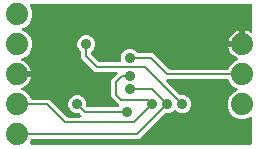
<source format=gbr>
G04 EAGLE Gerber RS-274X export*
G75*
%MOMM*%
%FSLAX34Y34*%
%LPD*%
%INBottom Copper*%
%IPPOS*%
%AMOC8*
5,1,8,0,0,1.08239X$1,22.5*%
G01*
%ADD10C,1.879600*%
%ADD11C,0.889000*%
%ADD12C,0.203200*%

G36*
X66001Y26942D02*
X66001Y26942D01*
X66139Y26955D01*
X66158Y26962D01*
X66178Y26965D01*
X66307Y27016D01*
X66438Y27063D01*
X66455Y27074D01*
X66474Y27082D01*
X66586Y27163D01*
X66701Y27241D01*
X66715Y27257D01*
X66731Y27268D01*
X66820Y27376D01*
X66912Y27480D01*
X66921Y27498D01*
X66934Y27513D01*
X66993Y27639D01*
X67056Y27763D01*
X67061Y27783D01*
X67070Y27801D01*
X67096Y27937D01*
X67126Y28073D01*
X67126Y28094D01*
X67129Y28113D01*
X67121Y28252D01*
X67116Y28391D01*
X67111Y28411D01*
X67110Y28431D01*
X67067Y28563D01*
X67028Y28697D01*
X67018Y28714D01*
X67012Y28733D01*
X66937Y28851D01*
X66867Y28971D01*
X66848Y28992D01*
X66841Y29002D01*
X66826Y29016D01*
X66760Y29091D01*
X65617Y30235D01*
X65539Y30295D01*
X65467Y30363D01*
X65414Y30392D01*
X65366Y30429D01*
X65275Y30469D01*
X65188Y30517D01*
X65130Y30532D01*
X65074Y30556D01*
X64976Y30571D01*
X64880Y30596D01*
X64780Y30602D01*
X64760Y30606D01*
X64748Y30604D01*
X64720Y30606D01*
X62009Y30606D01*
X59255Y31747D01*
X57147Y33855D01*
X56006Y36609D01*
X56006Y39591D01*
X57147Y42345D01*
X59255Y44453D01*
X62009Y45594D01*
X64991Y45594D01*
X67745Y44453D01*
X69853Y42345D01*
X70994Y39591D01*
X70994Y37084D01*
X71009Y36966D01*
X71016Y36847D01*
X71029Y36809D01*
X71034Y36768D01*
X71077Y36658D01*
X71114Y36545D01*
X71136Y36510D01*
X71151Y36473D01*
X71220Y36377D01*
X71284Y36276D01*
X71314Y36248D01*
X71337Y36215D01*
X71429Y36139D01*
X71516Y36058D01*
X71551Y36038D01*
X71582Y36013D01*
X71690Y35962D01*
X71794Y35904D01*
X71834Y35894D01*
X71870Y35877D01*
X71987Y35855D01*
X72102Y35825D01*
X72162Y35821D01*
X72182Y35817D01*
X72203Y35819D01*
X72263Y35815D01*
X97613Y35815D01*
X97750Y35832D01*
X97889Y35845D01*
X97908Y35852D01*
X97928Y35855D01*
X98057Y35906D01*
X98188Y35953D01*
X98205Y35964D01*
X98224Y35972D01*
X98336Y36053D01*
X98451Y36131D01*
X98465Y36147D01*
X98481Y36158D01*
X98570Y36266D01*
X98662Y36370D01*
X98671Y36388D01*
X98684Y36403D01*
X98743Y36529D01*
X98806Y36653D01*
X98811Y36673D01*
X98820Y36691D01*
X98846Y36827D01*
X98876Y36963D01*
X98876Y36984D01*
X98879Y37003D01*
X98871Y37142D01*
X98866Y37281D01*
X98861Y37301D01*
X98860Y37321D01*
X98817Y37453D01*
X98778Y37587D01*
X98768Y37604D01*
X98762Y37623D01*
X98687Y37741D01*
X98617Y37861D01*
X98598Y37882D01*
X98591Y37892D01*
X98576Y37906D01*
X98510Y37981D01*
X95894Y40598D01*
X92455Y44036D01*
X92455Y58834D01*
X95208Y61586D01*
X97240Y63619D01*
X97325Y63728D01*
X97414Y63835D01*
X97423Y63854D01*
X97435Y63870D01*
X97491Y63998D01*
X97550Y64123D01*
X97553Y64143D01*
X97561Y64162D01*
X97583Y64300D01*
X97609Y64436D01*
X97608Y64456D01*
X97611Y64476D01*
X97598Y64615D01*
X97590Y64753D01*
X97583Y64772D01*
X97581Y64792D01*
X97534Y64924D01*
X97492Y65055D01*
X97481Y65073D01*
X97474Y65092D01*
X97396Y65207D01*
X97321Y65324D01*
X97307Y65338D01*
X97295Y65355D01*
X97191Y65447D01*
X97090Y65542D01*
X97072Y65552D01*
X97057Y65565D01*
X96933Y65629D01*
X96811Y65696D01*
X96792Y65701D01*
X96774Y65710D01*
X96638Y65740D01*
X96503Y65775D01*
X96475Y65777D01*
X96463Y65780D01*
X96443Y65779D01*
X96343Y65785D01*
X78326Y65785D01*
X67055Y77056D01*
X67055Y81841D01*
X67043Y81939D01*
X67040Y82038D01*
X67023Y82097D01*
X67015Y82157D01*
X66979Y82249D01*
X66951Y82344D01*
X66921Y82396D01*
X66898Y82452D01*
X66840Y82533D01*
X66790Y82618D01*
X66724Y82693D01*
X66712Y82710D01*
X66702Y82718D01*
X66684Y82739D01*
X64767Y84655D01*
X63626Y87409D01*
X63626Y90391D01*
X64767Y93145D01*
X66875Y95253D01*
X69629Y96394D01*
X72611Y96394D01*
X75365Y95253D01*
X77473Y93145D01*
X78614Y90391D01*
X78614Y87409D01*
X77473Y84655D01*
X75556Y82739D01*
X75496Y82660D01*
X75428Y82588D01*
X75399Y82535D01*
X75362Y82487D01*
X75322Y82397D01*
X75274Y82310D01*
X75259Y82251D01*
X75235Y82196D01*
X75220Y82098D01*
X75195Y82002D01*
X75189Y81902D01*
X75185Y81882D01*
X75187Y81869D01*
X75185Y81841D01*
X75185Y80949D01*
X75197Y80851D01*
X75200Y80752D01*
X75217Y80694D01*
X75225Y80634D01*
X75261Y80542D01*
X75289Y80447D01*
X75319Y80395D01*
X75342Y80338D01*
X75400Y80258D01*
X75450Y80173D01*
X75516Y80097D01*
X75528Y80081D01*
X75538Y80073D01*
X75556Y80052D01*
X81322Y74286D01*
X81400Y74226D01*
X81472Y74158D01*
X81525Y74129D01*
X81573Y74092D01*
X81664Y74052D01*
X81751Y74004D01*
X81809Y73989D01*
X81865Y73965D01*
X81963Y73950D01*
X82059Y73925D01*
X82159Y73919D01*
X82179Y73915D01*
X82191Y73917D01*
X82219Y73915D01*
X99412Y73915D01*
X99461Y73921D01*
X99511Y73919D01*
X99618Y73941D01*
X99727Y73955D01*
X99774Y73973D01*
X99822Y73983D01*
X99921Y74031D01*
X100023Y74072D01*
X100063Y74101D01*
X100108Y74123D01*
X100192Y74194D01*
X100280Y74258D01*
X100312Y74297D01*
X100350Y74329D01*
X100413Y74419D01*
X100483Y74503D01*
X100504Y74548D01*
X100533Y74589D01*
X100572Y74692D01*
X100619Y74791D01*
X100628Y74840D01*
X100646Y74886D01*
X100658Y74996D01*
X100679Y75103D01*
X100676Y75153D01*
X100681Y75202D01*
X100666Y75311D01*
X100659Y75421D01*
X100644Y75468D01*
X100637Y75517D01*
X100585Y75670D01*
X100456Y75979D01*
X100456Y78961D01*
X101597Y81715D01*
X103705Y83823D01*
X106459Y84964D01*
X109441Y84964D01*
X112195Y83823D01*
X114111Y81906D01*
X114190Y81846D01*
X114262Y81778D01*
X114315Y81749D01*
X114363Y81712D01*
X114453Y81672D01*
X114540Y81624D01*
X114599Y81609D01*
X114654Y81585D01*
X114752Y81570D01*
X114848Y81545D01*
X114948Y81539D01*
X114968Y81535D01*
X114981Y81537D01*
X115009Y81535D01*
X127414Y81535D01*
X141012Y67936D01*
X141090Y67876D01*
X141162Y67808D01*
X141215Y67779D01*
X141263Y67742D01*
X141354Y67702D01*
X141441Y67654D01*
X141499Y67639D01*
X141555Y67615D01*
X141653Y67600D01*
X141749Y67575D01*
X141849Y67569D01*
X141869Y67565D01*
X141881Y67567D01*
X141909Y67565D01*
X190563Y67565D01*
X190593Y67568D01*
X190622Y67566D01*
X190750Y67588D01*
X190879Y67605D01*
X190906Y67615D01*
X190935Y67620D01*
X191054Y67674D01*
X191175Y67722D01*
X191198Y67739D01*
X191225Y67751D01*
X191327Y67832D01*
X191432Y67908D01*
X191451Y67931D01*
X191474Y67950D01*
X191552Y68053D01*
X191635Y68153D01*
X191647Y68180D01*
X191665Y68204D01*
X191736Y68348D01*
X192648Y70550D01*
X196150Y74052D01*
X199175Y75305D01*
X199201Y75320D01*
X199230Y75329D01*
X199339Y75399D01*
X199452Y75463D01*
X199473Y75484D01*
X199498Y75500D01*
X199587Y75594D01*
X199680Y75684D01*
X199696Y75710D01*
X199716Y75731D01*
X199779Y75845D01*
X199846Y75955D01*
X199855Y75984D01*
X199869Y76010D01*
X199902Y76135D01*
X199940Y76259D01*
X199941Y76289D01*
X199949Y76318D01*
X199949Y76448D01*
X199955Y76577D01*
X199949Y76606D01*
X199949Y76636D01*
X199917Y76761D01*
X199891Y76888D01*
X199878Y76915D01*
X199870Y76944D01*
X199808Y77057D01*
X199751Y77174D01*
X199732Y77197D01*
X199717Y77223D01*
X199629Y77317D01*
X199545Y77416D01*
X199520Y77433D01*
X199500Y77455D01*
X199391Y77524D01*
X199285Y77599D01*
X199257Y77610D01*
X199231Y77626D01*
X199082Y77685D01*
X198617Y77836D01*
X196943Y78689D01*
X195422Y79794D01*
X194094Y81122D01*
X192989Y82643D01*
X192136Y84317D01*
X191555Y86104D01*
X191515Y86361D01*
X201930Y86361D01*
X202048Y86376D01*
X202167Y86383D01*
X202205Y86396D01*
X202245Y86401D01*
X202356Y86444D01*
X202469Y86481D01*
X202503Y86503D01*
X202541Y86518D01*
X202637Y86588D01*
X202738Y86651D01*
X202766Y86681D01*
X202798Y86704D01*
X202874Y86796D01*
X202956Y86883D01*
X202975Y86918D01*
X203001Y86949D01*
X203052Y87057D01*
X203109Y87161D01*
X203120Y87201D01*
X203137Y87237D01*
X203159Y87354D01*
X203189Y87469D01*
X203193Y87530D01*
X203197Y87550D01*
X203195Y87570D01*
X203199Y87630D01*
X203199Y88901D01*
X204470Y88901D01*
X204588Y88916D01*
X204707Y88923D01*
X204745Y88936D01*
X204785Y88941D01*
X204896Y88985D01*
X205009Y89021D01*
X205044Y89043D01*
X205081Y89058D01*
X205177Y89128D01*
X205278Y89191D01*
X205306Y89221D01*
X205339Y89245D01*
X205414Y89336D01*
X205496Y89423D01*
X205516Y89458D01*
X205541Y89490D01*
X205592Y89597D01*
X205650Y89702D01*
X205660Y89741D01*
X205677Y89777D01*
X205699Y89894D01*
X205729Y90009D01*
X205733Y90070D01*
X205737Y90090D01*
X205735Y90110D01*
X205739Y90170D01*
X205739Y100585D01*
X205996Y100545D01*
X207783Y99964D01*
X209457Y99111D01*
X209820Y98847D01*
X209855Y98828D01*
X209885Y98803D01*
X209994Y98752D01*
X210099Y98694D01*
X210137Y98684D01*
X210173Y98667D01*
X210291Y98645D01*
X210407Y98615D01*
X210446Y98615D01*
X210486Y98608D01*
X210605Y98615D01*
X210725Y98615D01*
X210763Y98625D01*
X210803Y98627D01*
X210917Y98664D01*
X211033Y98694D01*
X211068Y98713D01*
X211105Y98725D01*
X211206Y98789D01*
X211311Y98847D01*
X211341Y98874D01*
X211374Y98895D01*
X211456Y98983D01*
X211543Y99065D01*
X211565Y99098D01*
X211592Y99127D01*
X211650Y99232D01*
X211714Y99333D01*
X211726Y99371D01*
X211746Y99406D01*
X211775Y99521D01*
X211813Y99635D01*
X211815Y99675D01*
X211825Y99714D01*
X211835Y99874D01*
X211835Y121666D01*
X211820Y121784D01*
X211813Y121903D01*
X211800Y121941D01*
X211795Y121982D01*
X211752Y122092D01*
X211715Y122205D01*
X211693Y122240D01*
X211678Y122277D01*
X211609Y122373D01*
X211545Y122474D01*
X211515Y122502D01*
X211492Y122535D01*
X211400Y122611D01*
X211313Y122692D01*
X211278Y122712D01*
X211247Y122737D01*
X211139Y122788D01*
X211035Y122846D01*
X210995Y122856D01*
X210959Y122873D01*
X210842Y122895D01*
X210727Y122925D01*
X210667Y122929D01*
X210647Y122933D01*
X210626Y122931D01*
X210566Y122935D01*
X24495Y122935D01*
X24446Y122929D01*
X24396Y122931D01*
X24289Y122909D01*
X24179Y122895D01*
X24133Y122877D01*
X24085Y122867D01*
X23986Y122819D01*
X23884Y122778D01*
X23844Y122749D01*
X23799Y122727D01*
X23715Y122656D01*
X23626Y122592D01*
X23595Y122553D01*
X23557Y122521D01*
X23494Y122431D01*
X23424Y122347D01*
X23402Y122302D01*
X23374Y122261D01*
X23335Y122158D01*
X23288Y122059D01*
X23279Y122010D01*
X23261Y121964D01*
X23249Y121854D01*
X23228Y121747D01*
X23231Y121697D01*
X23226Y121648D01*
X23241Y121539D01*
X23248Y121429D01*
X23263Y121382D01*
X23270Y121333D01*
X23322Y121180D01*
X25147Y116776D01*
X25147Y111824D01*
X23252Y107250D01*
X19751Y103748D01*
X17395Y102773D01*
X17274Y102704D01*
X17152Y102639D01*
X17137Y102625D01*
X17119Y102615D01*
X17019Y102518D01*
X16916Y102425D01*
X16905Y102408D01*
X16891Y102394D01*
X16818Y102276D01*
X16742Y102159D01*
X16735Y102140D01*
X16724Y102123D01*
X16684Y101990D01*
X16638Y101858D01*
X16637Y101838D01*
X16631Y101819D01*
X16624Y101680D01*
X16613Y101541D01*
X16617Y101521D01*
X16616Y101501D01*
X16644Y101365D01*
X16668Y101228D01*
X16676Y101209D01*
X16680Y101190D01*
X16741Y101065D01*
X16798Y100938D01*
X16811Y100922D01*
X16820Y100904D01*
X16910Y100798D01*
X16997Y100690D01*
X17013Y100677D01*
X17026Y100662D01*
X17140Y100582D01*
X17251Y100498D01*
X17276Y100486D01*
X17286Y100479D01*
X17305Y100472D01*
X17395Y100427D01*
X19750Y99452D01*
X23252Y95950D01*
X25147Y91376D01*
X25147Y86424D01*
X23252Y81850D01*
X19750Y78348D01*
X16725Y77095D01*
X16699Y77080D01*
X16670Y77071D01*
X16561Y77001D01*
X16448Y76937D01*
X16427Y76916D01*
X16402Y76900D01*
X16313Y76806D01*
X16220Y76716D01*
X16204Y76690D01*
X16184Y76669D01*
X16121Y76555D01*
X16054Y76445D01*
X16045Y76416D01*
X16031Y76390D01*
X15998Y76265D01*
X15960Y76141D01*
X15959Y76111D01*
X15951Y76082D01*
X15951Y75952D01*
X15945Y75823D01*
X15951Y75794D01*
X15951Y75764D01*
X15983Y75639D01*
X16009Y75512D01*
X16022Y75485D01*
X16030Y75456D01*
X16092Y75343D01*
X16149Y75226D01*
X16168Y75203D01*
X16183Y75177D01*
X16271Y75083D01*
X16355Y74984D01*
X16380Y74967D01*
X16400Y74945D01*
X16509Y74876D01*
X16615Y74801D01*
X16643Y74790D01*
X16669Y74774D01*
X16818Y74715D01*
X17283Y74564D01*
X18957Y73711D01*
X20478Y72606D01*
X21806Y71278D01*
X22911Y69757D01*
X23764Y68083D01*
X24345Y66296D01*
X24385Y66039D01*
X13970Y66039D01*
X13852Y66024D01*
X13733Y66017D01*
X13695Y66004D01*
X13655Y65999D01*
X13544Y65956D01*
X13431Y65919D01*
X13397Y65897D01*
X13359Y65882D01*
X13263Y65812D01*
X13162Y65749D01*
X13134Y65719D01*
X13102Y65695D01*
X13026Y65604D01*
X12944Y65517D01*
X12925Y65482D01*
X12899Y65451D01*
X12848Y65343D01*
X12791Y65239D01*
X12780Y65199D01*
X12763Y65163D01*
X12741Y65046D01*
X12711Y64931D01*
X12707Y64870D01*
X12703Y64850D01*
X12705Y64830D01*
X12701Y64770D01*
X12701Y62230D01*
X12716Y62112D01*
X12723Y61993D01*
X12736Y61955D01*
X12741Y61914D01*
X12785Y61804D01*
X12821Y61691D01*
X12843Y61656D01*
X12858Y61619D01*
X12928Y61523D01*
X12991Y61422D01*
X13021Y61394D01*
X13045Y61361D01*
X13136Y61286D01*
X13223Y61204D01*
X13258Y61184D01*
X13290Y61159D01*
X13397Y61108D01*
X13502Y61050D01*
X13541Y61040D01*
X13577Y61023D01*
X13694Y61001D01*
X13809Y60971D01*
X13870Y60967D01*
X13890Y60963D01*
X13910Y60965D01*
X13970Y60961D01*
X24385Y60961D01*
X24345Y60704D01*
X23764Y58917D01*
X22911Y57243D01*
X21806Y55722D01*
X20478Y54394D01*
X18957Y53289D01*
X17283Y52436D01*
X16818Y52285D01*
X16791Y52272D01*
X16762Y52265D01*
X16648Y52205D01*
X16530Y52150D01*
X16507Y52131D01*
X16481Y52117D01*
X16385Y52030D01*
X16285Y51947D01*
X16268Y51923D01*
X16246Y51903D01*
X16174Y51794D01*
X16098Y51690D01*
X16087Y51662D01*
X16071Y51637D01*
X16029Y51514D01*
X15981Y51394D01*
X15977Y51364D01*
X15968Y51336D01*
X15957Y51207D01*
X15941Y51079D01*
X15945Y51049D01*
X15942Y51019D01*
X15965Y50891D01*
X15981Y50763D01*
X15992Y50735D01*
X15997Y50706D01*
X16050Y50588D01*
X16098Y50467D01*
X16115Y50443D01*
X16127Y50416D01*
X16208Y50315D01*
X16284Y50210D01*
X16307Y50191D01*
X16326Y50167D01*
X16430Y50089D01*
X16529Y50007D01*
X16556Y49994D01*
X16580Y49976D01*
X16725Y49905D01*
X19750Y48652D01*
X23252Y45150D01*
X24164Y42948D01*
X24179Y42923D01*
X24188Y42895D01*
X24257Y42785D01*
X24322Y42672D01*
X24342Y42651D01*
X24358Y42626D01*
X24452Y42537D01*
X24543Y42444D01*
X24568Y42428D01*
X24590Y42408D01*
X24703Y42345D01*
X24814Y42277D01*
X24842Y42269D01*
X24868Y42254D01*
X24994Y42222D01*
X25118Y42184D01*
X25147Y42182D01*
X25176Y42175D01*
X25337Y42165D01*
X39784Y42165D01*
X42536Y39412D01*
X54652Y27296D01*
X54730Y27236D01*
X54802Y27168D01*
X54855Y27139D01*
X54903Y27102D01*
X54994Y27062D01*
X55081Y27014D01*
X55139Y26999D01*
X55195Y26975D01*
X55293Y26960D01*
X55389Y26935D01*
X55489Y26929D01*
X55509Y26925D01*
X55521Y26927D01*
X55549Y26925D01*
X65863Y26925D01*
X66001Y26942D01*
G37*
G36*
X210684Y4080D02*
X210684Y4080D01*
X210803Y4087D01*
X210841Y4100D01*
X210882Y4105D01*
X210992Y4148D01*
X211105Y4185D01*
X211140Y4207D01*
X211177Y4222D01*
X211273Y4291D01*
X211374Y4355D01*
X211402Y4385D01*
X211435Y4408D01*
X211511Y4500D01*
X211592Y4587D01*
X211612Y4622D01*
X211637Y4653D01*
X211688Y4761D01*
X211746Y4865D01*
X211756Y4905D01*
X211773Y4941D01*
X211795Y5058D01*
X211825Y5173D01*
X211829Y5233D01*
X211833Y5253D01*
X211831Y5274D01*
X211835Y5334D01*
X211835Y26305D01*
X211829Y26354D01*
X211831Y26404D01*
X211809Y26511D01*
X211795Y26621D01*
X211777Y26667D01*
X211767Y26715D01*
X211719Y26814D01*
X211678Y26916D01*
X211649Y26956D01*
X211627Y27001D01*
X211556Y27085D01*
X211492Y27174D01*
X211453Y27205D01*
X211421Y27243D01*
X211331Y27306D01*
X211247Y27376D01*
X211202Y27398D01*
X211161Y27426D01*
X211058Y27465D01*
X210959Y27512D01*
X210910Y27521D01*
X210864Y27539D01*
X210754Y27551D01*
X210647Y27572D01*
X210597Y27569D01*
X210548Y27574D01*
X210439Y27559D01*
X210329Y27552D01*
X210282Y27537D01*
X210233Y27530D01*
X210080Y27478D01*
X205676Y25653D01*
X200724Y25653D01*
X196150Y27548D01*
X192648Y31050D01*
X190753Y35624D01*
X190753Y40576D01*
X192648Y45150D01*
X196150Y48652D01*
X198505Y49627D01*
X198625Y49696D01*
X198748Y49761D01*
X198763Y49775D01*
X198781Y49785D01*
X198881Y49882D01*
X198984Y49975D01*
X198995Y49992D01*
X199009Y50006D01*
X199082Y50125D01*
X199158Y50241D01*
X199165Y50260D01*
X199176Y50277D01*
X199217Y50410D01*
X199262Y50542D01*
X199263Y50562D01*
X199269Y50581D01*
X199276Y50720D01*
X199287Y50859D01*
X199283Y50879D01*
X199284Y50899D01*
X199256Y51035D01*
X199232Y51172D01*
X199224Y51191D01*
X199220Y51210D01*
X199159Y51336D01*
X199102Y51462D01*
X199089Y51478D01*
X199080Y51496D01*
X198990Y51602D01*
X198903Y51710D01*
X198887Y51723D01*
X198874Y51738D01*
X198760Y51818D01*
X198649Y51902D01*
X198624Y51914D01*
X198614Y51921D01*
X198595Y51928D01*
X198505Y51973D01*
X196149Y52948D01*
X192648Y56450D01*
X191736Y58652D01*
X191721Y58677D01*
X191712Y58705D01*
X191643Y58815D01*
X191578Y58928D01*
X191558Y58949D01*
X191542Y58974D01*
X191448Y59063D01*
X191357Y59156D01*
X191332Y59172D01*
X191310Y59192D01*
X191197Y59255D01*
X191086Y59323D01*
X191058Y59331D01*
X191032Y59346D01*
X190906Y59378D01*
X190782Y59416D01*
X190753Y59418D01*
X190724Y59425D01*
X190563Y59435D01*
X139877Y59435D01*
X139740Y59418D01*
X139601Y59405D01*
X139582Y59398D01*
X139562Y59395D01*
X139433Y59344D01*
X139302Y59297D01*
X139285Y59286D01*
X139266Y59278D01*
X139154Y59197D01*
X139039Y59119D01*
X139025Y59103D01*
X139009Y59092D01*
X138920Y58984D01*
X138828Y58880D01*
X138819Y58862D01*
X138806Y58847D01*
X138747Y58721D01*
X138684Y58597D01*
X138679Y58577D01*
X138670Y58559D01*
X138644Y58423D01*
X138614Y58287D01*
X138614Y58266D01*
X138611Y58247D01*
X138619Y58108D01*
X138624Y57969D01*
X138629Y57949D01*
X138630Y57929D01*
X138673Y57797D01*
X138712Y57663D01*
X138722Y57646D01*
X138728Y57627D01*
X138803Y57509D01*
X138873Y57389D01*
X138892Y57368D01*
X138899Y57358D01*
X138913Y57344D01*
X138980Y57269D01*
X150283Y45965D01*
X150361Y45905D01*
X150433Y45837D01*
X150486Y45808D01*
X150534Y45771D01*
X150625Y45731D01*
X150712Y45683D01*
X150770Y45668D01*
X150826Y45644D01*
X150924Y45629D01*
X151020Y45604D01*
X151120Y45598D01*
X151140Y45594D01*
X151152Y45596D01*
X151180Y45594D01*
X153891Y45594D01*
X156645Y44453D01*
X158753Y42345D01*
X159894Y39591D01*
X159894Y36609D01*
X158753Y33855D01*
X156645Y31747D01*
X153891Y30606D01*
X150909Y30606D01*
X148155Y31747D01*
X146948Y32955D01*
X146853Y33028D01*
X146764Y33107D01*
X146728Y33125D01*
X146696Y33150D01*
X146587Y33197D01*
X146481Y33251D01*
X146442Y33260D01*
X146404Y33276D01*
X146287Y33295D01*
X146171Y33321D01*
X146130Y33320D01*
X146090Y33326D01*
X145972Y33315D01*
X145853Y33311D01*
X145814Y33300D01*
X145774Y33296D01*
X145661Y33256D01*
X145547Y33223D01*
X145513Y33202D01*
X145474Y33189D01*
X145376Y33122D01*
X145273Y33061D01*
X145228Y33021D01*
X145211Y33010D01*
X145198Y32995D01*
X145153Y32955D01*
X143945Y31747D01*
X141191Y30606D01*
X138480Y30606D01*
X138382Y30594D01*
X138283Y30591D01*
X138225Y30574D01*
X138165Y30566D01*
X138073Y30530D01*
X137978Y30502D01*
X137926Y30472D01*
X137869Y30449D01*
X137789Y30391D01*
X137704Y30341D01*
X137628Y30275D01*
X137612Y30263D01*
X137604Y30253D01*
X137583Y30235D01*
X115984Y8635D01*
X25337Y8635D01*
X25307Y8632D01*
X25278Y8634D01*
X25150Y8612D01*
X25021Y8595D01*
X24994Y8585D01*
X24965Y8580D01*
X24846Y8526D01*
X24725Y8478D01*
X24702Y8461D01*
X24675Y8449D01*
X24573Y8368D01*
X24468Y8292D01*
X24449Y8269D01*
X24426Y8250D01*
X24348Y8147D01*
X24265Y8047D01*
X24253Y8020D01*
X24235Y7996D01*
X24164Y7852D01*
X23322Y5820D01*
X23309Y5772D01*
X23288Y5727D01*
X23267Y5619D01*
X23238Y5513D01*
X23238Y5463D01*
X23228Y5414D01*
X23235Y5305D01*
X23233Y5195D01*
X23245Y5147D01*
X23248Y5097D01*
X23282Y4993D01*
X23307Y4886D01*
X23331Y4842D01*
X23346Y4795D01*
X23405Y4702D01*
X23456Y4605D01*
X23490Y4568D01*
X23516Y4526D01*
X23596Y4451D01*
X23670Y4369D01*
X23712Y4342D01*
X23748Y4308D01*
X23844Y4255D01*
X23936Y4195D01*
X23983Y4178D01*
X24026Y4154D01*
X24133Y4127D01*
X24237Y4091D01*
X24286Y4087D01*
X24334Y4075D01*
X24495Y4065D01*
X210566Y4065D01*
X210684Y4080D01*
G37*
%LPC*%
G36*
X191515Y91439D02*
X191515Y91439D01*
X191555Y91696D01*
X192136Y93483D01*
X192989Y95157D01*
X194094Y96678D01*
X195422Y98006D01*
X196943Y99111D01*
X198617Y99964D01*
X200404Y100545D01*
X200661Y100585D01*
X200661Y91439D01*
X191515Y91439D01*
G37*
%LPD*%
D10*
X203200Y88900D03*
X203200Y63500D03*
X203200Y38100D03*
X12700Y114300D03*
X12700Y88900D03*
X12700Y63500D03*
X12700Y38100D03*
X12700Y12700D03*
D11*
X107950Y88900D03*
X134620Y81280D03*
X177800Y50800D03*
X69850Y63500D03*
D12*
X69850Y31750D02*
X105410Y31750D01*
X69850Y31750D02*
X63500Y38100D01*
D11*
X105410Y31750D03*
X63500Y38100D03*
D12*
X12700Y12700D02*
X114300Y12700D01*
X139700Y38100D01*
X127000Y50800D02*
X107950Y50800D01*
X127000Y50800D02*
X139700Y38100D01*
D11*
X139700Y38100D03*
X107950Y50800D03*
D12*
X38100Y38100D02*
X12700Y38100D01*
X101600Y62230D02*
X107950Y62230D01*
X101600Y62230D02*
X96520Y57150D01*
X96520Y45720D01*
X100330Y41910D01*
X123190Y41910D01*
X127000Y38100D01*
X111760Y22860D01*
X53340Y22860D01*
X38100Y38100D01*
D11*
X127000Y38100D03*
X107950Y62230D03*
D12*
X139700Y63500D02*
X203200Y63500D01*
X125730Y77470D02*
X107950Y77470D01*
X125730Y77470D02*
X139700Y63500D01*
D11*
X107950Y77470D03*
D12*
X120650Y69850D02*
X152400Y38100D01*
X120650Y69850D02*
X80010Y69850D01*
X71120Y78740D01*
X71120Y88900D01*
D11*
X152400Y38100D03*
X71120Y88900D03*
M02*

</source>
